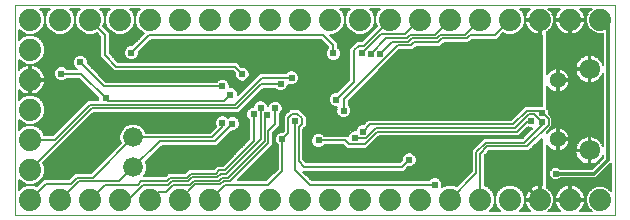
<source format=gbl>
G75*
%MOIN*%
%OFA0B0*%
%FSLAX25Y25*%
%IPPOS*%
%LPD*%
%AMOC8*
5,1,8,0,0,1.08239X$1,22.5*
%
%ADD10C,0.00000*%
%ADD11C,0.06600*%
%ADD12C,0.07400*%
%ADD13C,0.06791*%
%ADD14C,0.05346*%
%ADD15C,0.00600*%
%ADD16C,0.02381*%
%ADD17C,0.01200*%
D10*
X0027595Y0218000D02*
X0027595Y0288000D01*
X0227595Y0288000D01*
X0227595Y0218000D01*
X0027595Y0218000D01*
D11*
X0066995Y0233800D03*
X0066995Y0243800D03*
D12*
X0032595Y0243000D03*
X0032595Y0233000D03*
X0032595Y0223000D03*
X0042595Y0223000D03*
X0052595Y0223000D03*
X0062595Y0223000D03*
X0072595Y0223000D03*
X0082595Y0223000D03*
X0092595Y0223000D03*
X0102595Y0223000D03*
X0112595Y0223000D03*
X0122595Y0223000D03*
X0132595Y0223000D03*
X0142595Y0223000D03*
X0152595Y0223000D03*
X0162595Y0223000D03*
X0172595Y0223000D03*
X0182595Y0223000D03*
X0192595Y0223000D03*
X0202595Y0223000D03*
X0212595Y0223000D03*
X0222595Y0223000D03*
X0222595Y0283000D03*
X0212595Y0283000D03*
X0202595Y0283000D03*
X0192595Y0283000D03*
X0182595Y0283000D03*
X0172595Y0283000D03*
X0162595Y0283000D03*
X0152595Y0283000D03*
X0142595Y0283000D03*
X0132595Y0283000D03*
X0122595Y0283000D03*
X0112595Y0283000D03*
X0102595Y0283000D03*
X0092595Y0283000D03*
X0082595Y0283000D03*
X0072595Y0283000D03*
X0062595Y0283000D03*
X0052595Y0283000D03*
X0042595Y0283000D03*
X0032595Y0283000D03*
X0032595Y0273000D03*
X0032595Y0263000D03*
X0032595Y0253000D03*
D13*
X0219098Y0266552D03*
X0219098Y0239426D03*
D14*
X0208468Y0243146D03*
X0208468Y0262831D03*
D15*
X0208768Y0262888D02*
X0216151Y0262888D01*
X0216038Y0262970D02*
X0216636Y0262536D01*
X0217295Y0262200D01*
X0217998Y0261972D01*
X0218728Y0261856D01*
X0218798Y0261856D01*
X0218798Y0266252D01*
X0219397Y0266252D01*
X0219397Y0261856D01*
X0219467Y0261856D01*
X0220197Y0261972D01*
X0220900Y0262200D01*
X0221559Y0262536D01*
X0222157Y0262970D01*
X0222679Y0263493D01*
X0223114Y0264091D01*
X0223449Y0264749D01*
X0223595Y0265199D01*
X0223595Y0240779D01*
X0223449Y0241228D01*
X0223114Y0241887D01*
X0222679Y0242485D01*
X0222157Y0243008D01*
X0221559Y0243442D01*
X0220900Y0243778D01*
X0220197Y0244006D01*
X0219467Y0244122D01*
X0219397Y0244122D01*
X0219397Y0239726D01*
X0218798Y0239726D01*
X0218798Y0244122D01*
X0218728Y0244122D01*
X0217998Y0244006D01*
X0217295Y0243778D01*
X0216636Y0243442D01*
X0216038Y0243008D01*
X0215516Y0242485D01*
X0215081Y0241887D01*
X0214746Y0241228D01*
X0214517Y0240526D01*
X0214402Y0239796D01*
X0214402Y0239726D01*
X0218797Y0239726D01*
X0218797Y0239126D01*
X0214402Y0239126D01*
X0214402Y0239056D01*
X0214517Y0238326D01*
X0214746Y0237623D01*
X0215081Y0236965D01*
X0215516Y0236367D01*
X0216038Y0235844D01*
X0216636Y0235410D01*
X0217295Y0235074D01*
X0217998Y0234846D01*
X0218728Y0234730D01*
X0218798Y0234730D01*
X0218798Y0239126D01*
X0219397Y0239126D01*
X0219397Y0234730D01*
X0219467Y0234730D01*
X0220197Y0234846D01*
X0220900Y0235074D01*
X0221559Y0235410D01*
X0222157Y0235844D01*
X0222679Y0236367D01*
X0223114Y0236965D01*
X0223449Y0237623D01*
X0223595Y0238073D01*
X0223595Y0236821D01*
X0219974Y0233200D01*
X0209252Y0233200D01*
X0208661Y0233791D01*
X0206929Y0233791D01*
X0205705Y0232566D01*
X0205705Y0230834D01*
X0206929Y0229609D01*
X0208661Y0229609D01*
X0209252Y0230200D01*
X0221216Y0230200D01*
X0226295Y0235279D01*
X0226295Y0225805D01*
X0225201Y0226900D01*
X0223510Y0227600D01*
X0221680Y0227600D01*
X0219989Y0226900D01*
X0218695Y0225606D01*
X0217995Y0223915D01*
X0217995Y0222085D01*
X0218695Y0220394D01*
X0219790Y0219300D01*
X0215966Y0219300D01*
X0216409Y0219743D01*
X0216872Y0220379D01*
X0217229Y0221081D01*
X0217472Y0221829D01*
X0217595Y0222606D01*
X0217595Y0222700D01*
X0212895Y0222700D01*
X0212895Y0223300D01*
X0212295Y0223300D01*
X0212295Y0222700D01*
X0207595Y0222700D01*
X0207595Y0222606D01*
X0207718Y0221829D01*
X0207961Y0221081D01*
X0208319Y0220379D01*
X0208781Y0219743D01*
X0209224Y0219300D01*
X0205400Y0219300D01*
X0206495Y0220394D01*
X0207195Y0222085D01*
X0207195Y0223915D01*
X0206495Y0225606D01*
X0205201Y0226900D01*
X0204995Y0226985D01*
X0204995Y0241192D01*
X0205381Y0240614D01*
X0205935Y0240060D01*
X0206586Y0239625D01*
X0207309Y0239326D01*
X0208076Y0239173D01*
X0208168Y0239173D01*
X0208168Y0242846D01*
X0208768Y0242846D01*
X0208768Y0243446D01*
X0212441Y0243446D01*
X0212441Y0243538D01*
X0212288Y0244305D01*
X0211989Y0245028D01*
X0211554Y0245679D01*
X0211000Y0246233D01*
X0210350Y0246667D01*
X0209627Y0246967D01*
X0208859Y0247120D01*
X0208768Y0247120D01*
X0208768Y0243447D01*
X0208168Y0243447D01*
X0208168Y0247120D01*
X0208076Y0247120D01*
X0207309Y0246967D01*
X0206586Y0246667D01*
X0205935Y0246233D01*
X0205381Y0245679D01*
X0204995Y0245101D01*
X0204995Y0245746D01*
X0206686Y0247437D01*
X0206686Y0250406D01*
X0205445Y0251647D01*
X0205445Y0252788D01*
X0204995Y0253238D01*
X0204995Y0260877D01*
X0205381Y0260299D01*
X0205935Y0259745D01*
X0206586Y0259310D01*
X0207309Y0259011D01*
X0208076Y0258858D01*
X0208168Y0258858D01*
X0208168Y0262531D01*
X0208768Y0262531D01*
X0208768Y0263131D01*
X0212441Y0263131D01*
X0212441Y0263223D01*
X0212288Y0263990D01*
X0211989Y0264714D01*
X0211554Y0265364D01*
X0211000Y0265918D01*
X0210350Y0266353D01*
X0209627Y0266652D01*
X0208859Y0266805D01*
X0208768Y0266805D01*
X0208768Y0263132D01*
X0208168Y0263132D01*
X0208168Y0266805D01*
X0208076Y0266805D01*
X0207309Y0266652D01*
X0206586Y0266353D01*
X0205935Y0265918D01*
X0205381Y0265364D01*
X0204995Y0264786D01*
X0204995Y0279015D01*
X0205201Y0279100D01*
X0206495Y0280394D01*
X0207195Y0282085D01*
X0207195Y0283915D01*
X0206495Y0285606D01*
X0205400Y0286700D01*
X0209224Y0286700D01*
X0208781Y0286257D01*
X0208319Y0285621D01*
X0207961Y0284919D01*
X0207718Y0284171D01*
X0207595Y0283394D01*
X0207595Y0283300D01*
X0212295Y0283300D01*
X0212295Y0282700D01*
X0207595Y0282700D01*
X0207595Y0282606D01*
X0207718Y0281829D01*
X0207961Y0281081D01*
X0208319Y0280379D01*
X0208781Y0279743D01*
X0209338Y0279186D01*
X0209975Y0278724D01*
X0210676Y0278366D01*
X0211424Y0278123D01*
X0212202Y0278000D01*
X0212295Y0278000D01*
X0212295Y0282700D01*
X0212895Y0282700D01*
X0212895Y0278000D01*
X0212989Y0278000D01*
X0213766Y0278123D01*
X0214514Y0278366D01*
X0215216Y0278724D01*
X0215852Y0279186D01*
X0216409Y0279743D01*
X0216872Y0280379D01*
X0217229Y0281081D01*
X0217472Y0281829D01*
X0217595Y0282606D01*
X0217595Y0282700D01*
X0212895Y0282700D01*
X0212895Y0283300D01*
X0217595Y0283300D01*
X0217595Y0283394D01*
X0217472Y0284171D01*
X0217229Y0284919D01*
X0216872Y0285621D01*
X0216409Y0286257D01*
X0215966Y0286700D01*
X0219790Y0286700D01*
X0218695Y0285606D01*
X0217995Y0283915D01*
X0217995Y0282085D01*
X0218695Y0280394D01*
X0219989Y0279100D01*
X0221680Y0278400D01*
X0223510Y0278400D01*
X0223595Y0278435D01*
X0223595Y0267905D01*
X0223449Y0268354D01*
X0223114Y0269013D01*
X0222679Y0269611D01*
X0222157Y0270134D01*
X0221559Y0270568D01*
X0220900Y0270904D01*
X0220197Y0271132D01*
X0219467Y0271248D01*
X0219397Y0271248D01*
X0219397Y0266852D01*
X0218798Y0266852D01*
X0218798Y0271248D01*
X0218728Y0271248D01*
X0217998Y0271132D01*
X0217295Y0270904D01*
X0216636Y0270568D01*
X0216038Y0270134D01*
X0215516Y0269611D01*
X0215081Y0269013D01*
X0214746Y0268354D01*
X0214517Y0267652D01*
X0214402Y0266922D01*
X0214402Y0266852D01*
X0218797Y0266852D01*
X0218797Y0266252D01*
X0214402Y0266252D01*
X0214402Y0266182D01*
X0214517Y0265452D01*
X0214746Y0264749D01*
X0215081Y0264091D01*
X0215516Y0263493D01*
X0216038Y0262970D01*
X0215522Y0263487D02*
X0212388Y0263487D01*
X0212249Y0264085D02*
X0215085Y0264085D01*
X0214779Y0264684D02*
X0212001Y0264684D01*
X0211608Y0265282D02*
X0214573Y0265282D01*
X0214450Y0265881D02*
X0211037Y0265881D01*
X0210043Y0266479D02*
X0218797Y0266479D01*
X0218798Y0265881D02*
X0219397Y0265881D01*
X0219397Y0265282D02*
X0218798Y0265282D01*
X0218798Y0264684D02*
X0219397Y0264684D01*
X0219397Y0264085D02*
X0218798Y0264085D01*
X0218798Y0263487D02*
X0219397Y0263487D01*
X0219397Y0262888D02*
X0218798Y0262888D01*
X0218798Y0262290D02*
X0219397Y0262290D01*
X0221076Y0262290D02*
X0223595Y0262290D01*
X0223595Y0262888D02*
X0222044Y0262888D01*
X0222673Y0263487D02*
X0223595Y0263487D01*
X0223595Y0264085D02*
X0223110Y0264085D01*
X0223416Y0264684D02*
X0223595Y0264684D01*
X0223595Y0261691D02*
X0212292Y0261691D01*
X0212288Y0261673D02*
X0212441Y0262440D01*
X0212441Y0262531D01*
X0208768Y0262531D01*
X0208768Y0258858D01*
X0208859Y0258858D01*
X0209627Y0259011D01*
X0210350Y0259310D01*
X0211000Y0259745D01*
X0211554Y0260299D01*
X0211989Y0260949D01*
X0212288Y0261673D01*
X0212048Y0261093D02*
X0223595Y0261093D01*
X0223595Y0260494D02*
X0211684Y0260494D01*
X0211151Y0259896D02*
X0223595Y0259896D01*
X0223595Y0259297D02*
X0210318Y0259297D01*
X0208768Y0259297D02*
X0208168Y0259297D01*
X0208168Y0259896D02*
X0208768Y0259896D01*
X0208768Y0260494D02*
X0208168Y0260494D01*
X0208168Y0261093D02*
X0208768Y0261093D01*
X0208768Y0261691D02*
X0208168Y0261691D01*
X0208168Y0262290D02*
X0208768Y0262290D01*
X0208768Y0263487D02*
X0208168Y0263487D01*
X0208168Y0264085D02*
X0208768Y0264085D01*
X0208768Y0264684D02*
X0208168Y0264684D01*
X0208168Y0265282D02*
X0208768Y0265282D01*
X0208768Y0265881D02*
X0208168Y0265881D01*
X0208168Y0266479D02*
X0208768Y0266479D01*
X0206892Y0266479D02*
X0204995Y0266479D01*
X0204995Y0265881D02*
X0205898Y0265881D01*
X0205327Y0265282D02*
X0204995Y0265282D01*
X0204995Y0267078D02*
X0214427Y0267078D01*
X0214526Y0267676D02*
X0204995Y0267676D01*
X0204995Y0268275D02*
X0214720Y0268275D01*
X0215010Y0268873D02*
X0204995Y0268873D01*
X0204995Y0269472D02*
X0215415Y0269472D01*
X0215975Y0270070D02*
X0204995Y0270070D01*
X0204995Y0270669D02*
X0216835Y0270669D01*
X0218798Y0270669D02*
X0219397Y0270669D01*
X0219397Y0270070D02*
X0218798Y0270070D01*
X0218798Y0269472D02*
X0219397Y0269472D01*
X0219397Y0268873D02*
X0218798Y0268873D01*
X0218798Y0268275D02*
X0219397Y0268275D01*
X0219397Y0267676D02*
X0218798Y0267676D01*
X0218798Y0267078D02*
X0219397Y0267078D01*
X0221360Y0270669D02*
X0223595Y0270669D01*
X0223595Y0271268D02*
X0204995Y0271268D01*
X0204995Y0271866D02*
X0223595Y0271866D01*
X0223595Y0272465D02*
X0204995Y0272465D01*
X0204995Y0273063D02*
X0223595Y0273063D01*
X0223595Y0273662D02*
X0204995Y0273662D01*
X0204995Y0274260D02*
X0223595Y0274260D01*
X0223595Y0274859D02*
X0204995Y0274859D01*
X0204995Y0275457D02*
X0223595Y0275457D01*
X0223595Y0276056D02*
X0204995Y0276056D01*
X0204995Y0276654D02*
X0223595Y0276654D01*
X0223595Y0277253D02*
X0204995Y0277253D01*
X0204995Y0277851D02*
X0223595Y0277851D01*
X0221560Y0278450D02*
X0214678Y0278450D01*
X0215662Y0279048D02*
X0220115Y0279048D01*
X0219443Y0279647D02*
X0216313Y0279647D01*
X0216774Y0280245D02*
X0218845Y0280245D01*
X0218509Y0280844D02*
X0217108Y0280844D01*
X0217346Y0281442D02*
X0218261Y0281442D01*
X0218013Y0282041D02*
X0217506Y0282041D01*
X0217595Y0282639D02*
X0217995Y0282639D01*
X0217995Y0283238D02*
X0212895Y0283238D01*
X0212895Y0282639D02*
X0212295Y0282639D01*
X0212295Y0282041D02*
X0212895Y0282041D01*
X0212895Y0281442D02*
X0212295Y0281442D01*
X0212295Y0280844D02*
X0212895Y0280844D01*
X0212895Y0280245D02*
X0212295Y0280245D01*
X0212295Y0279647D02*
X0212895Y0279647D01*
X0212895Y0279048D02*
X0212295Y0279048D01*
X0212295Y0278450D02*
X0212895Y0278450D01*
X0210512Y0278450D02*
X0204995Y0278450D01*
X0205075Y0279048D02*
X0209528Y0279048D01*
X0208877Y0279647D02*
X0205747Y0279647D01*
X0206346Y0280245D02*
X0208416Y0280245D01*
X0208082Y0280844D02*
X0206681Y0280844D01*
X0206929Y0281442D02*
X0207844Y0281442D01*
X0207685Y0282041D02*
X0207177Y0282041D01*
X0207195Y0282639D02*
X0207595Y0282639D01*
X0207195Y0283238D02*
X0212295Y0283238D01*
X0208762Y0286230D02*
X0205870Y0286230D01*
X0206469Y0285632D02*
X0208327Y0285632D01*
X0208020Y0285033D02*
X0206732Y0285033D01*
X0206980Y0284435D02*
X0207804Y0284435D01*
X0207665Y0283836D02*
X0207195Y0283836D01*
X0202895Y0282700D02*
X0202895Y0278000D01*
X0202989Y0278000D01*
X0203095Y0278017D01*
X0203095Y0254413D01*
X0202859Y0254413D01*
X0202640Y0254322D01*
X0197654Y0254322D01*
X0193032Y0249700D01*
X0145332Y0249700D01*
X0144395Y0248763D01*
X0143823Y0248191D01*
X0143100Y0248191D01*
X0142184Y0247811D01*
X0141484Y0247111D01*
X0141105Y0246195D01*
X0141105Y0246091D01*
X0140500Y0246091D01*
X0139584Y0245711D01*
X0138884Y0245011D01*
X0138522Y0244136D01*
X0138258Y0244400D01*
X0130717Y0244400D01*
X0130206Y0244911D01*
X0129291Y0245291D01*
X0128300Y0245291D01*
X0127384Y0244911D01*
X0126684Y0244211D01*
X0126305Y0243295D01*
X0126305Y0242305D01*
X0126684Y0241389D01*
X0127384Y0240689D01*
X0128300Y0240309D01*
X0129291Y0240309D01*
X0130206Y0240689D01*
X0130717Y0241200D01*
X0136932Y0241200D01*
X0137295Y0240837D01*
X0138232Y0239900D01*
X0144758Y0239900D01*
X0148958Y0244100D01*
X0195458Y0244100D01*
X0196395Y0245037D01*
X0198540Y0247183D01*
X0199200Y0246909D01*
X0199998Y0246909D01*
X0196689Y0243600D01*
X0183898Y0243600D01*
X0182961Y0242663D01*
X0179795Y0239497D01*
X0179795Y0232463D01*
X0174822Y0227490D01*
X0173590Y0228000D01*
X0171601Y0228000D01*
X0170020Y0227345D01*
X0170086Y0227505D01*
X0170086Y0228495D01*
X0169707Y0229411D01*
X0169006Y0230111D01*
X0168091Y0230491D01*
X0167100Y0230491D01*
X0166184Y0230111D01*
X0165673Y0229600D01*
X0126458Y0229600D01*
X0123658Y0232400D01*
X0157258Y0232400D01*
X0158667Y0233809D01*
X0159491Y0233809D01*
X0160406Y0234189D01*
X0161107Y0234889D01*
X0161486Y0235805D01*
X0161486Y0236795D01*
X0161107Y0237711D01*
X0160406Y0238411D01*
X0159491Y0238791D01*
X0158500Y0238791D01*
X0157584Y0238411D01*
X0156884Y0237711D01*
X0156505Y0236795D01*
X0156505Y0236172D01*
X0155932Y0235600D01*
X0124658Y0235600D01*
X0123695Y0236563D01*
X0123695Y0246581D01*
X0124786Y0247671D01*
X0124786Y0250772D01*
X0123848Y0251709D01*
X0122367Y0253191D01*
X0119366Y0253191D01*
X0118429Y0252253D01*
X0118042Y0251866D01*
X0117105Y0250929D01*
X0117105Y0245872D01*
X0116923Y0245691D01*
X0116200Y0245691D01*
X0115284Y0245311D01*
X0114584Y0244611D01*
X0114205Y0243695D01*
X0114205Y0242705D01*
X0114584Y0241789D01*
X0115095Y0241278D01*
X0115095Y0233363D01*
X0111332Y0229600D01*
X0101858Y0229600D01*
X0112658Y0240400D01*
X0113595Y0241337D01*
X0113595Y0245381D01*
X0115886Y0247671D01*
X0115886Y0251568D01*
X0116407Y0252089D01*
X0116786Y0253005D01*
X0116786Y0253995D01*
X0116407Y0254911D01*
X0115706Y0255611D01*
X0114791Y0255991D01*
X0113800Y0255991D01*
X0112884Y0255611D01*
X0112184Y0254911D01*
X0111916Y0254264D01*
X0111607Y0255011D01*
X0110906Y0255711D01*
X0109991Y0256091D01*
X0109000Y0256091D01*
X0108084Y0255711D01*
X0107384Y0255011D01*
X0107005Y0254095D01*
X0107005Y0253991D01*
X0106700Y0253991D01*
X0105784Y0253611D01*
X0105084Y0252911D01*
X0104705Y0251995D01*
X0104705Y0251005D01*
X0105084Y0250089D01*
X0105595Y0249578D01*
X0105595Y0243163D01*
X0096832Y0234400D01*
X0094944Y0234400D01*
X0094007Y0233463D01*
X0093844Y0233300D01*
X0085541Y0233300D01*
X0084604Y0232363D01*
X0084241Y0232000D01*
X0078732Y0232000D01*
X0077795Y0231063D01*
X0077795Y0231063D01*
X0077532Y0230800D01*
X0070500Y0230800D01*
X0070895Y0231194D01*
X0071595Y0232885D01*
X0071595Y0234715D01*
X0071179Y0235721D01*
X0076458Y0241000D01*
X0094858Y0241000D01*
X0099767Y0245909D01*
X0100491Y0245909D01*
X0101406Y0246289D01*
X0102107Y0246989D01*
X0102486Y0247905D01*
X0102486Y0248895D01*
X0102107Y0249811D01*
X0101406Y0250511D01*
X0100491Y0250891D01*
X0099500Y0250891D01*
X0098584Y0250511D01*
X0098445Y0250372D01*
X0098106Y0250711D01*
X0097191Y0251091D01*
X0096200Y0251091D01*
X0095284Y0250711D01*
X0094584Y0250011D01*
X0094205Y0249095D01*
X0094205Y0248105D01*
X0094566Y0247233D01*
X0092732Y0245400D01*
X0071311Y0245400D01*
X0070895Y0246406D01*
X0069601Y0247700D01*
X0067910Y0248400D01*
X0066080Y0248400D01*
X0064389Y0247700D01*
X0063095Y0246406D01*
X0062395Y0244715D01*
X0062395Y0242885D01*
X0062812Y0241879D01*
X0052932Y0232000D01*
X0047632Y0232000D01*
X0046695Y0231063D01*
X0045632Y0230000D01*
X0037332Y0230000D01*
X0036395Y0229063D01*
X0034822Y0227490D01*
X0033590Y0228000D01*
X0035427Y0228761D01*
X0036834Y0230168D01*
X0037595Y0232005D01*
X0037595Y0233995D01*
X0037085Y0235227D01*
X0053758Y0251900D01*
X0102158Y0251900D01*
X0110258Y0260000D01*
X0114273Y0260000D01*
X0114784Y0259489D01*
X0115700Y0259109D01*
X0116691Y0259109D01*
X0117606Y0259489D01*
X0118307Y0260189D01*
X0118686Y0261105D01*
X0118686Y0261364D01*
X0119300Y0261109D01*
X0120291Y0261109D01*
X0121206Y0261489D01*
X0121907Y0262189D01*
X0122286Y0263105D01*
X0122286Y0264095D01*
X0121907Y0265011D01*
X0121206Y0265711D01*
X0120291Y0266091D01*
X0119300Y0266091D01*
X0118384Y0265711D01*
X0117973Y0265300D01*
X0109232Y0265300D01*
X0101886Y0257953D01*
X0101886Y0258495D01*
X0101507Y0259411D01*
X0100806Y0260111D01*
X0099891Y0260491D01*
X0099186Y0260491D01*
X0099186Y0261295D01*
X0098807Y0262211D01*
X0098106Y0262911D01*
X0097191Y0263291D01*
X0096200Y0263291D01*
X0095284Y0262911D01*
X0094773Y0262400D01*
X0058058Y0262400D01*
X0051886Y0268572D01*
X0051886Y0269295D01*
X0051507Y0270211D01*
X0050806Y0270911D01*
X0049891Y0271291D01*
X0048900Y0271291D01*
X0047984Y0270911D01*
X0047284Y0270211D01*
X0046905Y0269295D01*
X0046905Y0268305D01*
X0047284Y0267389D01*
X0047984Y0266689D01*
X0048198Y0266600D01*
X0044917Y0266600D01*
X0044406Y0267111D01*
X0043491Y0267491D01*
X0042500Y0267491D01*
X0041584Y0267111D01*
X0040884Y0266411D01*
X0040505Y0265495D01*
X0040505Y0264505D01*
X0040884Y0263589D01*
X0041584Y0262889D01*
X0042500Y0262509D01*
X0043491Y0262509D01*
X0044406Y0262889D01*
X0044917Y0263400D01*
X0048932Y0263400D01*
X0055305Y0257028D01*
X0055305Y0256305D01*
X0036361Y0256305D01*
X0036834Y0255832D02*
X0035427Y0257239D01*
X0033590Y0258000D01*
X0031601Y0258000D01*
X0029763Y0257239D01*
X0028895Y0256371D01*
X0028895Y0259629D01*
X0029338Y0259186D01*
X0029975Y0258724D01*
X0030676Y0258366D01*
X0031424Y0258123D01*
X0032202Y0258000D01*
X0032295Y0258000D01*
X0032295Y0262700D01*
X0032895Y0262700D01*
X0032895Y0258000D01*
X0032989Y0258000D01*
X0033766Y0258123D01*
X0034514Y0258366D01*
X0035216Y0258724D01*
X0035852Y0259186D01*
X0036409Y0259743D01*
X0036872Y0260379D01*
X0037229Y0261081D01*
X0037472Y0261829D01*
X0037595Y0262606D01*
X0037595Y0262700D01*
X0032895Y0262700D01*
X0032895Y0263300D01*
X0032295Y0263300D01*
X0032295Y0268000D01*
X0032202Y0268000D01*
X0031424Y0267877D01*
X0030676Y0267634D01*
X0029975Y0267276D01*
X0029338Y0266814D01*
X0028895Y0266371D01*
X0028895Y0269629D01*
X0029763Y0268761D01*
X0031601Y0268000D01*
X0033590Y0268000D01*
X0035427Y0268761D01*
X0036834Y0270168D01*
X0037595Y0272005D01*
X0037595Y0273995D01*
X0036834Y0275832D01*
X0035427Y0277239D01*
X0033590Y0278000D01*
X0035427Y0278761D01*
X0036834Y0280168D01*
X0037595Y0282005D01*
X0038356Y0280168D01*
X0039763Y0278761D01*
X0041601Y0278000D01*
X0043590Y0278000D01*
X0045427Y0278761D01*
X0046834Y0280168D01*
X0047595Y0282005D01*
X0048356Y0280168D01*
X0049763Y0278761D01*
X0051601Y0278000D01*
X0053590Y0278000D01*
X0054822Y0278510D01*
X0055995Y0277337D01*
X0055995Y0270537D01*
X0060732Y0265800D01*
X0100132Y0265800D01*
X0100805Y0265128D01*
X0100805Y0264405D01*
X0101184Y0263489D01*
X0101884Y0262789D01*
X0102800Y0262409D01*
X0103791Y0262409D01*
X0104706Y0262789D01*
X0105407Y0263489D01*
X0105786Y0264405D01*
X0105786Y0265395D01*
X0105407Y0266311D01*
X0104706Y0267011D01*
X0103791Y0267391D01*
X0103067Y0267391D01*
X0101458Y0269000D01*
X0062058Y0269000D01*
X0059195Y0271863D01*
X0059195Y0278663D01*
X0058258Y0279600D01*
X0057085Y0280773D01*
X0057595Y0282005D01*
X0058356Y0280168D01*
X0059763Y0278761D01*
X0061601Y0278000D01*
X0063590Y0278000D01*
X0065427Y0278761D01*
X0066834Y0280168D01*
X0067595Y0282005D01*
X0068356Y0280168D01*
X0069763Y0278761D01*
X0070562Y0278430D01*
X0066623Y0274491D01*
X0065900Y0274491D01*
X0064984Y0274111D01*
X0064284Y0273411D01*
X0063905Y0272495D01*
X0063905Y0271505D01*
X0064284Y0270589D01*
X0064984Y0269889D01*
X0065900Y0269509D01*
X0066891Y0269509D01*
X0067806Y0269889D01*
X0068507Y0270589D01*
X0068886Y0271505D01*
X0068886Y0272228D01*
X0073058Y0276400D01*
X0129732Y0276400D01*
X0132086Y0274047D01*
X0132086Y0273722D01*
X0131574Y0273211D01*
X0131195Y0272295D01*
X0131195Y0271305D01*
X0131574Y0270389D01*
X0132275Y0269689D01*
X0133190Y0269309D01*
X0134181Y0269309D01*
X0135096Y0269689D01*
X0135797Y0270389D01*
X0136176Y0271305D01*
X0136176Y0272295D01*
X0135797Y0273211D01*
X0135286Y0273722D01*
X0135286Y0275372D01*
X0132658Y0278000D01*
X0133590Y0278000D01*
X0135427Y0278761D01*
X0136834Y0280168D01*
X0137595Y0282005D01*
X0138356Y0280168D01*
X0139763Y0278761D01*
X0141601Y0278000D01*
X0143590Y0278000D01*
X0145427Y0278761D01*
X0146834Y0280168D01*
X0147595Y0282005D01*
X0148106Y0280773D01*
X0143232Y0275900D01*
X0141432Y0275900D01*
X0140495Y0274963D01*
X0139932Y0274400D01*
X0138995Y0273463D01*
X0138995Y0263063D01*
X0134823Y0258891D01*
X0134100Y0258891D01*
X0133184Y0258511D01*
X0132484Y0257811D01*
X0132105Y0256895D01*
X0132105Y0255905D01*
X0132484Y0254989D01*
X0133184Y0254289D01*
X0134100Y0253909D01*
X0135042Y0253909D01*
X0134705Y0253095D01*
X0134705Y0252105D01*
X0135084Y0251189D01*
X0135784Y0250489D01*
X0136700Y0250109D01*
X0137691Y0250109D01*
X0138606Y0250489D01*
X0139307Y0251189D01*
X0139686Y0252105D01*
X0139686Y0253095D01*
X0139307Y0254011D01*
X0138795Y0254522D01*
X0138795Y0255937D01*
X0155758Y0272900D01*
X0160158Y0272900D01*
X0161258Y0274000D01*
X0169258Y0274000D01*
X0170458Y0275200D01*
X0178758Y0275200D01*
X0179958Y0276400D01*
X0188258Y0276400D01*
X0190368Y0278510D01*
X0191601Y0278000D01*
X0193590Y0278000D01*
X0195427Y0278761D01*
X0196834Y0280168D01*
X0197595Y0282005D01*
X0197595Y0283995D01*
X0196834Y0285832D01*
X0195966Y0286700D01*
X0199224Y0286700D01*
X0198781Y0286257D01*
X0198319Y0285621D01*
X0197961Y0284919D01*
X0197718Y0284171D01*
X0197595Y0283394D01*
X0197595Y0283300D01*
X0202295Y0283300D01*
X0202295Y0282700D01*
X0197595Y0282700D01*
X0197595Y0282606D01*
X0197718Y0281829D01*
X0197961Y0281081D01*
X0198319Y0280379D01*
X0198781Y0279743D01*
X0199338Y0279186D01*
X0199975Y0278724D01*
X0200676Y0278366D01*
X0201424Y0278123D01*
X0202202Y0278000D01*
X0202295Y0278000D01*
X0202295Y0282700D01*
X0202895Y0282700D01*
X0202895Y0282639D02*
X0202295Y0282639D01*
X0202295Y0282041D02*
X0202895Y0282041D01*
X0202895Y0281442D02*
X0202295Y0281442D01*
X0202295Y0280844D02*
X0202895Y0280844D01*
X0202895Y0280245D02*
X0202295Y0280245D01*
X0202295Y0279647D02*
X0202895Y0279647D01*
X0202895Y0279048D02*
X0202295Y0279048D01*
X0202295Y0278450D02*
X0202895Y0278450D01*
X0203095Y0277851D02*
X0189709Y0277851D01*
X0189110Y0277253D02*
X0203095Y0277253D01*
X0203095Y0276654D02*
X0188512Y0276654D01*
X0187595Y0278000D02*
X0192595Y0283000D01*
X0197165Y0285033D02*
X0198020Y0285033D01*
X0197804Y0284435D02*
X0197413Y0284435D01*
X0197595Y0283836D02*
X0197665Y0283836D01*
X0197595Y0283238D02*
X0202295Y0283238D01*
X0198762Y0286230D02*
X0196436Y0286230D01*
X0196917Y0285632D02*
X0198327Y0285632D01*
X0197595Y0282639D02*
X0197595Y0282639D01*
X0197595Y0282041D02*
X0197685Y0282041D01*
X0197844Y0281442D02*
X0197362Y0281442D01*
X0197114Y0280844D02*
X0198082Y0280844D01*
X0198416Y0280245D02*
X0196866Y0280245D01*
X0196313Y0279647D02*
X0198877Y0279647D01*
X0199528Y0279048D02*
X0195714Y0279048D01*
X0194675Y0278450D02*
X0200512Y0278450D01*
X0203095Y0276056D02*
X0179613Y0276056D01*
X0179015Y0275457D02*
X0203095Y0275457D01*
X0203095Y0274859D02*
X0170116Y0274859D01*
X0169518Y0274260D02*
X0203095Y0274260D01*
X0203095Y0273662D02*
X0160919Y0273662D01*
X0160321Y0273063D02*
X0203095Y0273063D01*
X0203095Y0272465D02*
X0155322Y0272465D01*
X0154724Y0271866D02*
X0203095Y0271866D01*
X0203095Y0271268D02*
X0154125Y0271268D01*
X0153527Y0270669D02*
X0203095Y0270669D01*
X0203095Y0270070D02*
X0152928Y0270070D01*
X0152330Y0269472D02*
X0203095Y0269472D01*
X0203095Y0268873D02*
X0151731Y0268873D01*
X0151133Y0268275D02*
X0203095Y0268275D01*
X0203095Y0267676D02*
X0150534Y0267676D01*
X0149936Y0267078D02*
X0203095Y0267078D01*
X0203095Y0266479D02*
X0149337Y0266479D01*
X0148739Y0265881D02*
X0203095Y0265881D01*
X0203095Y0265282D02*
X0148140Y0265282D01*
X0147542Y0264684D02*
X0203095Y0264684D01*
X0203095Y0264085D02*
X0146943Y0264085D01*
X0146345Y0263487D02*
X0203095Y0263487D01*
X0203095Y0262888D02*
X0145746Y0262888D01*
X0145148Y0262290D02*
X0203095Y0262290D01*
X0203095Y0261691D02*
X0144549Y0261691D01*
X0143951Y0261093D02*
X0203095Y0261093D01*
X0203095Y0260494D02*
X0143352Y0260494D01*
X0142754Y0259896D02*
X0203095Y0259896D01*
X0203095Y0259297D02*
X0142155Y0259297D01*
X0141557Y0258699D02*
X0203095Y0258699D01*
X0203095Y0258100D02*
X0140958Y0258100D01*
X0140360Y0257502D02*
X0203095Y0257502D01*
X0203095Y0256903D02*
X0139761Y0256903D01*
X0139163Y0256305D02*
X0203095Y0256305D01*
X0203095Y0255706D02*
X0138795Y0255706D01*
X0138795Y0255108D02*
X0203095Y0255108D01*
X0203095Y0254509D02*
X0138808Y0254509D01*
X0139348Y0253911D02*
X0197243Y0253911D01*
X0196645Y0253312D02*
X0139596Y0253312D01*
X0139686Y0252714D02*
X0196046Y0252714D01*
X0195448Y0252115D02*
X0139686Y0252115D01*
X0139442Y0251517D02*
X0194849Y0251517D01*
X0194251Y0250918D02*
X0139035Y0250918D01*
X0138198Y0250320D02*
X0193652Y0250320D01*
X0193054Y0249721D02*
X0124786Y0249721D01*
X0124786Y0249123D02*
X0144755Y0249123D01*
X0144156Y0248524D02*
X0124786Y0248524D01*
X0124786Y0247926D02*
X0142460Y0247926D01*
X0141700Y0247327D02*
X0124441Y0247327D01*
X0123843Y0246729D02*
X0141325Y0246729D01*
X0141105Y0246130D02*
X0123695Y0246130D01*
X0123695Y0245532D02*
X0139404Y0245532D01*
X0138852Y0244933D02*
X0130154Y0244933D01*
X0128795Y0242800D02*
X0137595Y0242800D01*
X0138895Y0241500D01*
X0144095Y0241500D01*
X0148295Y0245700D01*
X0194795Y0245700D01*
X0198495Y0249400D01*
X0199695Y0249400D01*
X0198829Y0251491D02*
X0194239Y0246900D01*
X0147795Y0246900D01*
X0144495Y0243600D01*
X0140995Y0243600D01*
X0138604Y0244334D02*
X0138323Y0244334D01*
X0137389Y0240743D02*
X0130261Y0240743D01*
X0127330Y0240743D02*
X0123695Y0240743D01*
X0123695Y0240145D02*
X0137987Y0240145D01*
X0145003Y0240145D02*
X0180443Y0240145D01*
X0179845Y0239546D02*
X0123695Y0239546D01*
X0123695Y0238948D02*
X0179795Y0238948D01*
X0179795Y0238349D02*
X0160468Y0238349D01*
X0161066Y0237751D02*
X0179795Y0237751D01*
X0179795Y0237152D02*
X0161338Y0237152D01*
X0161486Y0236554D02*
X0179795Y0236554D01*
X0179795Y0235955D02*
X0161486Y0235955D01*
X0161300Y0235357D02*
X0179795Y0235357D01*
X0179795Y0234758D02*
X0160976Y0234758D01*
X0160336Y0234160D02*
X0179795Y0234160D01*
X0179795Y0233561D02*
X0158419Y0233561D01*
X0157821Y0232963D02*
X0179795Y0232963D01*
X0179697Y0232364D02*
X0123694Y0232364D01*
X0124292Y0231766D02*
X0179098Y0231766D01*
X0178500Y0231167D02*
X0124891Y0231167D01*
X0125489Y0230569D02*
X0177901Y0230569D01*
X0177303Y0229970D02*
X0169147Y0229970D01*
X0169723Y0229372D02*
X0176704Y0229372D01*
X0176106Y0228773D02*
X0169971Y0228773D01*
X0170086Y0228175D02*
X0175507Y0228175D01*
X0174909Y0227576D02*
X0174613Y0227576D01*
X0170577Y0227576D02*
X0170086Y0227576D01*
X0167595Y0228000D02*
X0156595Y0228000D01*
X0125795Y0228000D01*
X0120895Y0232900D01*
X0120895Y0249300D01*
X0122095Y0247244D02*
X0122095Y0235900D01*
X0123995Y0234000D01*
X0156595Y0234000D01*
X0158895Y0236300D01*
X0158995Y0236300D01*
X0156652Y0237152D02*
X0123695Y0237152D01*
X0123704Y0236554D02*
X0156505Y0236554D01*
X0156288Y0235955D02*
X0124303Y0235955D01*
X0123695Y0237751D02*
X0156924Y0237751D01*
X0157522Y0238349D02*
X0123695Y0238349D01*
X0123695Y0241342D02*
X0126731Y0241342D01*
X0126455Y0241940D02*
X0123695Y0241940D01*
X0123695Y0242539D02*
X0126305Y0242539D01*
X0126305Y0243137D02*
X0123695Y0243137D01*
X0123695Y0243736D02*
X0126487Y0243736D01*
X0126807Y0244334D02*
X0123695Y0244334D01*
X0123695Y0244933D02*
X0127437Y0244933D01*
X0123186Y0248334D02*
X0122095Y0247244D01*
X0123186Y0248334D02*
X0123186Y0250109D01*
X0121705Y0251591D01*
X0120029Y0251591D01*
X0118705Y0250266D01*
X0118705Y0245209D01*
X0116695Y0243200D01*
X0116695Y0232700D01*
X0111995Y0228000D01*
X0097595Y0228000D01*
X0092595Y0223000D01*
X0095998Y0228100D02*
X0087695Y0228100D01*
X0082595Y0223000D01*
X0077995Y0225600D02*
X0075195Y0225600D01*
X0072595Y0223000D01*
X0070195Y0228000D02*
X0065195Y0223000D01*
X0062595Y0223000D01*
X0057595Y0228000D02*
X0052595Y0223000D01*
X0057595Y0228000D02*
X0068495Y0228000D01*
X0069695Y0229200D01*
X0078195Y0229200D01*
X0079395Y0230400D01*
X0084904Y0230400D01*
X0086204Y0231700D01*
X0094507Y0231700D01*
X0095607Y0232800D01*
X0097495Y0232800D01*
X0107195Y0242500D01*
X0107195Y0251500D01*
X0104705Y0251517D02*
X0053374Y0251517D01*
X0052776Y0250918D02*
X0095783Y0250918D01*
X0094893Y0250320D02*
X0052177Y0250320D01*
X0051579Y0249721D02*
X0094464Y0249721D01*
X0094216Y0249123D02*
X0050980Y0249123D01*
X0050382Y0248524D02*
X0094205Y0248524D01*
X0094279Y0247926D02*
X0069055Y0247926D01*
X0069973Y0247327D02*
X0094527Y0247327D01*
X0094061Y0246729D02*
X0070572Y0246729D01*
X0071009Y0246130D02*
X0093462Y0246130D01*
X0092864Y0245532D02*
X0071257Y0245532D01*
X0066995Y0243800D02*
X0093395Y0243800D01*
X0096695Y0247100D01*
X0096695Y0248600D01*
X0097607Y0250918D02*
X0104740Y0250918D01*
X0104988Y0250320D02*
X0101598Y0250320D01*
X0102144Y0249721D02*
X0105452Y0249721D01*
X0105595Y0249123D02*
X0102392Y0249123D01*
X0102486Y0248524D02*
X0105595Y0248524D01*
X0105595Y0247926D02*
X0102486Y0247926D01*
X0102246Y0247327D02*
X0105595Y0247327D01*
X0105595Y0246729D02*
X0101846Y0246729D01*
X0101023Y0246130D02*
X0105595Y0246130D01*
X0105595Y0245532D02*
X0099389Y0245532D01*
X0098791Y0244933D02*
X0105595Y0244933D01*
X0105595Y0244334D02*
X0098192Y0244334D01*
X0097594Y0243736D02*
X0105595Y0243736D01*
X0105570Y0243137D02*
X0096995Y0243137D01*
X0096397Y0242539D02*
X0104971Y0242539D01*
X0104373Y0241940D02*
X0095798Y0241940D01*
X0095200Y0241342D02*
X0103774Y0241342D01*
X0103176Y0240743D02*
X0076201Y0240743D01*
X0075603Y0240145D02*
X0102577Y0240145D01*
X0101979Y0239546D02*
X0075004Y0239546D01*
X0074406Y0238948D02*
X0101380Y0238948D01*
X0100782Y0238349D02*
X0073807Y0238349D01*
X0073209Y0237751D02*
X0100183Y0237751D01*
X0099585Y0237152D02*
X0072610Y0237152D01*
X0072012Y0236554D02*
X0098986Y0236554D01*
X0098388Y0235955D02*
X0071413Y0235955D01*
X0071329Y0235357D02*
X0097789Y0235357D01*
X0097191Y0234758D02*
X0071577Y0234758D01*
X0071595Y0234160D02*
X0094704Y0234160D01*
X0094105Y0233561D02*
X0071595Y0233561D01*
X0071595Y0232963D02*
X0085204Y0232963D01*
X0084605Y0232364D02*
X0071379Y0232364D01*
X0071132Y0231766D02*
X0078498Y0231766D01*
X0077900Y0231167D02*
X0070868Y0231167D01*
X0070195Y0228000D02*
X0078695Y0228000D01*
X0079895Y0229200D01*
X0085401Y0229200D01*
X0086701Y0230500D01*
X0095004Y0230500D01*
X0096104Y0231600D01*
X0097995Y0231600D01*
X0109495Y0243100D01*
X0109495Y0253600D01*
X0107176Y0254509D02*
X0104767Y0254509D01*
X0104169Y0253911D02*
X0106507Y0253911D01*
X0105485Y0253312D02*
X0103570Y0253312D01*
X0102972Y0252714D02*
X0105002Y0252714D01*
X0104754Y0252115D02*
X0102373Y0252115D01*
X0101495Y0253500D02*
X0109595Y0261600D01*
X0116195Y0261600D01*
X0115246Y0259297D02*
X0109555Y0259297D01*
X0108957Y0258699D02*
X0133637Y0258699D01*
X0132773Y0258100D02*
X0108358Y0258100D01*
X0107760Y0257502D02*
X0132356Y0257502D01*
X0132108Y0256903D02*
X0107161Y0256903D01*
X0106563Y0256305D02*
X0132105Y0256305D01*
X0132187Y0255706D02*
X0115477Y0255706D01*
X0116210Y0255108D02*
X0132435Y0255108D01*
X0132964Y0254509D02*
X0116573Y0254509D01*
X0116786Y0253911D02*
X0134097Y0253911D01*
X0134794Y0253312D02*
X0116786Y0253312D01*
X0116665Y0252714D02*
X0118890Y0252714D01*
X0118291Y0252115D02*
X0116417Y0252115D01*
X0115886Y0251517D02*
X0117693Y0251517D01*
X0118042Y0251866D02*
X0118042Y0251866D01*
X0117105Y0250918D02*
X0115886Y0250918D01*
X0115886Y0250320D02*
X0117105Y0250320D01*
X0117105Y0249721D02*
X0115886Y0249721D01*
X0115886Y0249123D02*
X0117105Y0249123D01*
X0117105Y0248524D02*
X0115886Y0248524D01*
X0115886Y0247926D02*
X0117105Y0247926D01*
X0117105Y0247327D02*
X0115541Y0247327D01*
X0114943Y0246729D02*
X0117105Y0246729D01*
X0117105Y0246130D02*
X0114344Y0246130D01*
X0113746Y0245532D02*
X0115816Y0245532D01*
X0114906Y0244933D02*
X0113595Y0244933D01*
X0113595Y0244334D02*
X0114469Y0244334D01*
X0114221Y0243736D02*
X0113595Y0243736D01*
X0113595Y0243137D02*
X0114205Y0243137D01*
X0114273Y0242539D02*
X0113595Y0242539D01*
X0113595Y0241940D02*
X0114521Y0241940D01*
X0115031Y0241342D02*
X0113595Y0241342D01*
X0113001Y0240743D02*
X0115095Y0240743D01*
X0115095Y0240145D02*
X0112403Y0240145D01*
X0111804Y0239546D02*
X0115095Y0239546D01*
X0115095Y0238948D02*
X0111206Y0238948D01*
X0110607Y0238349D02*
X0115095Y0238349D01*
X0115095Y0237751D02*
X0110009Y0237751D01*
X0109410Y0237152D02*
X0115095Y0237152D01*
X0115095Y0236554D02*
X0108812Y0236554D01*
X0108213Y0235955D02*
X0115095Y0235955D01*
X0115095Y0235357D02*
X0107615Y0235357D01*
X0107016Y0234758D02*
X0115095Y0234758D01*
X0115095Y0234160D02*
X0106418Y0234160D01*
X0105819Y0233561D02*
X0115095Y0233561D01*
X0114695Y0232963D02*
X0105221Y0232963D01*
X0104622Y0232364D02*
X0114097Y0232364D01*
X0113498Y0231766D02*
X0104024Y0231766D01*
X0103425Y0231167D02*
X0112900Y0231167D01*
X0112301Y0230569D02*
X0102827Y0230569D01*
X0102228Y0229970D02*
X0111703Y0229970D01*
X0111995Y0242000D02*
X0099195Y0229200D01*
X0097098Y0229200D01*
X0095998Y0228100D01*
X0095501Y0229300D02*
X0087198Y0229300D01*
X0085898Y0228000D01*
X0082595Y0228000D01*
X0080395Y0228000D01*
X0077995Y0225600D01*
X0066995Y0233800D02*
X0075795Y0242600D01*
X0094195Y0242600D01*
X0099995Y0248400D01*
X0101495Y0253500D02*
X0053095Y0253500D01*
X0032595Y0233000D01*
X0037595Y0232963D02*
X0053895Y0232963D01*
X0054494Y0233561D02*
X0037595Y0233561D01*
X0037527Y0234160D02*
X0055092Y0234160D01*
X0055691Y0234758D02*
X0037279Y0234758D01*
X0037215Y0235357D02*
X0056289Y0235357D01*
X0056888Y0235955D02*
X0037813Y0235955D01*
X0038412Y0236554D02*
X0057486Y0236554D01*
X0058085Y0237152D02*
X0039010Y0237152D01*
X0039609Y0237751D02*
X0058683Y0237751D01*
X0059282Y0238349D02*
X0040207Y0238349D01*
X0040806Y0238948D02*
X0059880Y0238948D01*
X0060479Y0239546D02*
X0041404Y0239546D01*
X0042003Y0240145D02*
X0061077Y0240145D01*
X0061676Y0240743D02*
X0042601Y0240743D01*
X0043200Y0241342D02*
X0062274Y0241342D01*
X0062786Y0241940D02*
X0043798Y0241940D01*
X0044397Y0242539D02*
X0062538Y0242539D01*
X0062395Y0243137D02*
X0044995Y0243137D01*
X0045594Y0243736D02*
X0062395Y0243736D01*
X0062395Y0244334D02*
X0046192Y0244334D01*
X0046791Y0244933D02*
X0062485Y0244933D01*
X0062733Y0245532D02*
X0047389Y0245532D01*
X0047988Y0246130D02*
X0062981Y0246130D01*
X0063418Y0246729D02*
X0048586Y0246729D01*
X0049185Y0247327D02*
X0064017Y0247327D01*
X0064935Y0247926D02*
X0049783Y0247926D01*
X0046551Y0250918D02*
X0037145Y0250918D01*
X0036897Y0250320D02*
X0045952Y0250320D01*
X0045354Y0249721D02*
X0036387Y0249721D01*
X0036834Y0250168D02*
X0037595Y0252005D01*
X0037595Y0253995D01*
X0036834Y0255832D01*
X0036886Y0255706D02*
X0051339Y0255706D01*
X0050995Y0255363D02*
X0051932Y0256300D01*
X0055306Y0256300D01*
X0055305Y0256305D01*
X0055305Y0256903D02*
X0035763Y0256903D01*
X0034793Y0257502D02*
X0054831Y0257502D01*
X0054232Y0258100D02*
X0033622Y0258100D01*
X0032895Y0258100D02*
X0032295Y0258100D01*
X0032295Y0258699D02*
X0032895Y0258699D01*
X0032895Y0259297D02*
X0032295Y0259297D01*
X0032295Y0259896D02*
X0032895Y0259896D01*
X0032895Y0260494D02*
X0032295Y0260494D01*
X0032295Y0261093D02*
X0032895Y0261093D01*
X0032895Y0261691D02*
X0032295Y0261691D01*
X0032295Y0262290D02*
X0032895Y0262290D01*
X0032895Y0262888D02*
X0041585Y0262888D01*
X0040986Y0263487D02*
X0037580Y0263487D01*
X0037595Y0263394D02*
X0037472Y0264171D01*
X0037229Y0264919D01*
X0036872Y0265621D01*
X0036409Y0266257D01*
X0035852Y0266814D01*
X0035216Y0267276D01*
X0034514Y0267634D01*
X0033766Y0267877D01*
X0032989Y0268000D01*
X0032895Y0268000D01*
X0032895Y0263300D01*
X0037595Y0263300D01*
X0037595Y0263394D01*
X0037486Y0264085D02*
X0040678Y0264085D01*
X0040505Y0264684D02*
X0037305Y0264684D01*
X0037044Y0265282D02*
X0040505Y0265282D01*
X0040664Y0265881D02*
X0036682Y0265881D01*
X0036187Y0266479D02*
X0040952Y0266479D01*
X0041551Y0267078D02*
X0035489Y0267078D01*
X0034383Y0267676D02*
X0047165Y0267676D01*
X0046917Y0268275D02*
X0034253Y0268275D01*
X0035540Y0268873D02*
X0046905Y0268873D01*
X0046978Y0269472D02*
X0036138Y0269472D01*
X0036737Y0270070D02*
X0047226Y0270070D01*
X0047742Y0270669D02*
X0037042Y0270669D01*
X0037289Y0271268D02*
X0048844Y0271268D01*
X0049946Y0271268D02*
X0055995Y0271268D01*
X0055995Y0271866D02*
X0037537Y0271866D01*
X0037595Y0272465D02*
X0055995Y0272465D01*
X0055995Y0273063D02*
X0037595Y0273063D01*
X0037595Y0273662D02*
X0055995Y0273662D01*
X0055995Y0274260D02*
X0037485Y0274260D01*
X0037237Y0274859D02*
X0055995Y0274859D01*
X0055995Y0275457D02*
X0036989Y0275457D01*
X0036611Y0276056D02*
X0055995Y0276056D01*
X0055995Y0276654D02*
X0036012Y0276654D01*
X0035394Y0277253D02*
X0055995Y0277253D01*
X0055481Y0277851D02*
X0033949Y0277851D01*
X0033590Y0278000D02*
X0031601Y0278000D01*
X0029763Y0278761D01*
X0028895Y0279629D01*
X0028895Y0276371D01*
X0029763Y0277239D01*
X0031601Y0278000D01*
X0033590Y0278000D01*
X0034675Y0278450D02*
X0040515Y0278450D01*
X0039476Y0279048D02*
X0035714Y0279048D01*
X0036313Y0279647D02*
X0038877Y0279647D01*
X0038324Y0280245D02*
X0036866Y0280245D01*
X0037114Y0280844D02*
X0038076Y0280844D01*
X0037828Y0281442D02*
X0037362Y0281442D01*
X0037595Y0282005D02*
X0037595Y0283995D01*
X0038356Y0285832D01*
X0039224Y0286700D01*
X0035966Y0286700D01*
X0036834Y0285832D01*
X0037595Y0283995D01*
X0037595Y0282005D01*
X0037595Y0282041D02*
X0037595Y0282041D01*
X0037595Y0282639D02*
X0037595Y0282639D01*
X0037595Y0283238D02*
X0037595Y0283238D01*
X0037595Y0283836D02*
X0037595Y0283836D01*
X0037413Y0284435D02*
X0037777Y0284435D01*
X0038025Y0285033D02*
X0037165Y0285033D01*
X0036917Y0285632D02*
X0038273Y0285632D01*
X0038754Y0286230D02*
X0036436Y0286230D01*
X0045966Y0286700D02*
X0049224Y0286700D01*
X0048356Y0285832D01*
X0047595Y0283995D01*
X0047595Y0282005D01*
X0047595Y0283995D01*
X0046834Y0285832D01*
X0045966Y0286700D01*
X0046436Y0286230D02*
X0048754Y0286230D01*
X0048273Y0285632D02*
X0046917Y0285632D01*
X0047165Y0285033D02*
X0048025Y0285033D01*
X0047777Y0284435D02*
X0047413Y0284435D01*
X0047595Y0283836D02*
X0047595Y0283836D01*
X0047595Y0283238D02*
X0047595Y0283238D01*
X0047595Y0282639D02*
X0047595Y0282639D01*
X0047595Y0282041D02*
X0047595Y0282041D01*
X0047362Y0281442D02*
X0047828Y0281442D01*
X0048076Y0280844D02*
X0047114Y0280844D01*
X0046866Y0280245D02*
X0048324Y0280245D01*
X0048877Y0279647D02*
X0046313Y0279647D01*
X0045714Y0279048D02*
X0049476Y0279048D01*
X0050515Y0278450D02*
X0044675Y0278450D01*
X0052595Y0283000D02*
X0057595Y0278000D01*
X0057595Y0271200D01*
X0061395Y0267400D01*
X0074058Y0267400D01*
X0100795Y0267400D01*
X0103295Y0264900D01*
X0105585Y0265881D02*
X0118794Y0265881D01*
X0120797Y0265881D02*
X0138995Y0265881D01*
X0138995Y0266479D02*
X0105238Y0266479D01*
X0104545Y0267078D02*
X0138995Y0267078D01*
X0138995Y0267676D02*
X0102781Y0267676D01*
X0102183Y0268275D02*
X0138995Y0268275D01*
X0138995Y0268873D02*
X0101584Y0268873D01*
X0100650Y0265282D02*
X0055175Y0265282D01*
X0054577Y0265881D02*
X0060651Y0265881D01*
X0060053Y0266479D02*
X0053978Y0266479D01*
X0053380Y0267078D02*
X0059454Y0267078D01*
X0058856Y0267676D02*
X0052781Y0267676D01*
X0052183Y0268275D02*
X0058257Y0268275D01*
X0057659Y0268873D02*
X0051886Y0268873D01*
X0051813Y0269472D02*
X0057060Y0269472D01*
X0056462Y0270070D02*
X0051565Y0270070D01*
X0051048Y0270669D02*
X0055995Y0270669D01*
X0059195Y0271866D02*
X0063905Y0271866D01*
X0063905Y0272465D02*
X0059195Y0272465D01*
X0059195Y0273063D02*
X0064140Y0273063D01*
X0064535Y0273662D02*
X0059195Y0273662D01*
X0059195Y0274260D02*
X0065343Y0274260D01*
X0066991Y0274859D02*
X0059195Y0274859D01*
X0059195Y0275457D02*
X0067589Y0275457D01*
X0068188Y0276056D02*
X0059195Y0276056D01*
X0059195Y0276654D02*
X0068787Y0276654D01*
X0069385Y0277253D02*
X0059195Y0277253D01*
X0059195Y0277851D02*
X0069984Y0277851D01*
X0070515Y0278450D02*
X0064675Y0278450D01*
X0065714Y0279048D02*
X0069476Y0279048D01*
X0068877Y0279647D02*
X0066313Y0279647D01*
X0066866Y0280245D02*
X0068324Y0280245D01*
X0068076Y0280844D02*
X0067114Y0280844D01*
X0067362Y0281442D02*
X0067828Y0281442D01*
X0067595Y0282005D02*
X0067595Y0283995D01*
X0068356Y0285832D01*
X0069224Y0286700D01*
X0065966Y0286700D01*
X0066834Y0285832D01*
X0067595Y0283995D01*
X0067595Y0282005D01*
X0067595Y0282041D02*
X0067595Y0282041D01*
X0067595Y0282639D02*
X0067595Y0282639D01*
X0067595Y0283238D02*
X0067595Y0283238D01*
X0067595Y0283836D02*
X0067595Y0283836D01*
X0067413Y0284435D02*
X0067777Y0284435D01*
X0068025Y0285033D02*
X0067165Y0285033D01*
X0066917Y0285632D02*
X0068273Y0285632D01*
X0068754Y0286230D02*
X0066436Y0286230D01*
X0059224Y0286700D02*
X0058356Y0285832D01*
X0057595Y0283995D01*
X0057595Y0282005D01*
X0057595Y0283995D01*
X0056834Y0285832D01*
X0055966Y0286700D01*
X0059224Y0286700D01*
X0058754Y0286230D02*
X0056436Y0286230D01*
X0056917Y0285632D02*
X0058273Y0285632D01*
X0058025Y0285033D02*
X0057165Y0285033D01*
X0057413Y0284435D02*
X0057777Y0284435D01*
X0057595Y0283836D02*
X0057595Y0283836D01*
X0057595Y0283238D02*
X0057595Y0283238D01*
X0057595Y0282639D02*
X0057595Y0282639D01*
X0057595Y0282041D02*
X0057595Y0282041D01*
X0057362Y0281442D02*
X0057828Y0281442D01*
X0058076Y0280844D02*
X0057114Y0280844D01*
X0057613Y0280245D02*
X0058324Y0280245D01*
X0058211Y0279647D02*
X0058877Y0279647D01*
X0058810Y0279048D02*
X0059476Y0279048D01*
X0059195Y0278450D02*
X0060515Y0278450D01*
X0054883Y0278450D02*
X0054675Y0278450D01*
X0059790Y0271268D02*
X0064003Y0271268D01*
X0064251Y0270669D02*
X0060389Y0270669D01*
X0060987Y0270070D02*
X0064802Y0270070D01*
X0066395Y0272000D02*
X0072395Y0278000D01*
X0130395Y0278000D01*
X0133686Y0274709D01*
X0133686Y0271800D01*
X0135478Y0270070D02*
X0138995Y0270070D01*
X0138995Y0269472D02*
X0134573Y0269472D01*
X0132798Y0269472D02*
X0061586Y0269472D01*
X0067988Y0270070D02*
X0131893Y0270070D01*
X0131458Y0270669D02*
X0068540Y0270669D01*
X0068787Y0271268D02*
X0131210Y0271268D01*
X0131195Y0271866D02*
X0068886Y0271866D01*
X0069122Y0272465D02*
X0131265Y0272465D01*
X0131513Y0273063D02*
X0069721Y0273063D01*
X0070319Y0273662D02*
X0132025Y0273662D01*
X0131872Y0274260D02*
X0070918Y0274260D01*
X0071516Y0274859D02*
X0131274Y0274859D01*
X0130675Y0275457D02*
X0072115Y0275457D01*
X0072713Y0276056D02*
X0130077Y0276056D01*
X0132807Y0277851D02*
X0145184Y0277851D01*
X0144675Y0278450D02*
X0145782Y0278450D01*
X0145714Y0279048D02*
X0146381Y0279048D01*
X0146313Y0279647D02*
X0146979Y0279647D01*
X0146866Y0280245D02*
X0147578Y0280245D01*
X0147114Y0280844D02*
X0148076Y0280844D01*
X0147828Y0281442D02*
X0147362Y0281442D01*
X0147595Y0282005D02*
X0147595Y0283995D01*
X0148356Y0285832D01*
X0149224Y0286700D01*
X0145966Y0286700D01*
X0146834Y0285832D01*
X0147595Y0283995D01*
X0147595Y0282005D01*
X0147595Y0282041D02*
X0147595Y0282041D01*
X0147595Y0282639D02*
X0147595Y0282639D01*
X0147595Y0283238D02*
X0147595Y0283238D01*
X0147595Y0283836D02*
X0147595Y0283836D01*
X0147413Y0284435D02*
X0147777Y0284435D01*
X0148025Y0285033D02*
X0147165Y0285033D01*
X0146917Y0285632D02*
X0148273Y0285632D01*
X0148754Y0286230D02*
X0146436Y0286230D01*
X0152595Y0283000D02*
X0143895Y0274300D01*
X0142095Y0274300D01*
X0140595Y0272800D01*
X0140595Y0262400D01*
X0134595Y0256400D01*
X0137195Y0256600D02*
X0155095Y0274500D01*
X0159495Y0274500D01*
X0160595Y0275600D01*
X0168595Y0275600D01*
X0169795Y0276800D01*
X0178095Y0276800D01*
X0179295Y0278000D01*
X0187595Y0278000D01*
X0190308Y0278450D02*
X0190515Y0278450D01*
X0182595Y0283000D02*
X0177595Y0278000D01*
X0169295Y0278000D01*
X0168095Y0276800D01*
X0159795Y0276800D01*
X0158695Y0275700D01*
X0153195Y0275700D01*
X0149195Y0271700D01*
X0146195Y0271700D02*
X0151395Y0276900D01*
X0158195Y0276900D01*
X0159295Y0278000D01*
X0167595Y0278000D01*
X0172595Y0283000D01*
X0162595Y0283000D02*
X0157695Y0278100D01*
X0149495Y0278100D01*
X0143195Y0271800D01*
X0140391Y0274859D02*
X0135286Y0274859D01*
X0135286Y0274260D02*
X0139792Y0274260D01*
X0139194Y0273662D02*
X0135346Y0273662D01*
X0135858Y0273063D02*
X0138995Y0273063D01*
X0138995Y0272465D02*
X0136106Y0272465D01*
X0136176Y0271866D02*
X0138995Y0271866D01*
X0138995Y0271268D02*
X0136161Y0271268D01*
X0135913Y0270669D02*
X0138995Y0270669D01*
X0138995Y0265282D02*
X0121635Y0265282D01*
X0122042Y0264684D02*
X0138995Y0264684D01*
X0138995Y0264085D02*
X0122286Y0264085D01*
X0122286Y0263487D02*
X0138995Y0263487D01*
X0138821Y0262888D02*
X0122196Y0262888D01*
X0121948Y0262290D02*
X0138222Y0262290D01*
X0137624Y0261691D02*
X0121409Y0261691D01*
X0119795Y0263600D02*
X0119695Y0263700D01*
X0109895Y0263700D01*
X0100895Y0254700D01*
X0052595Y0254700D01*
X0040895Y0243000D01*
X0032595Y0243000D01*
X0037206Y0244933D02*
X0040565Y0244933D01*
X0040232Y0244600D02*
X0037344Y0244600D01*
X0036834Y0245832D01*
X0035427Y0247239D01*
X0033590Y0248000D01*
X0035427Y0248761D01*
X0036834Y0250168D01*
X0037393Y0251517D02*
X0047149Y0251517D01*
X0047748Y0252115D02*
X0037595Y0252115D01*
X0037595Y0252714D02*
X0048346Y0252714D01*
X0048945Y0253312D02*
X0037595Y0253312D01*
X0037595Y0253911D02*
X0049543Y0253911D01*
X0050142Y0254509D02*
X0037382Y0254509D01*
X0037134Y0255108D02*
X0050740Y0255108D01*
X0050995Y0255363D02*
X0040232Y0244600D01*
X0041164Y0245532D02*
X0036959Y0245532D01*
X0036536Y0246130D02*
X0041762Y0246130D01*
X0042361Y0246729D02*
X0035938Y0246729D01*
X0035214Y0247327D02*
X0042959Y0247327D01*
X0043558Y0247926D02*
X0033769Y0247926D01*
X0033590Y0248000D02*
X0031601Y0248000D01*
X0029763Y0248761D01*
X0028895Y0249629D01*
X0028895Y0246371D01*
X0029763Y0247239D01*
X0031601Y0248000D01*
X0033590Y0248000D01*
X0034855Y0248524D02*
X0044156Y0248524D01*
X0044755Y0249123D02*
X0035789Y0249123D01*
X0031421Y0247926D02*
X0028895Y0247926D01*
X0028895Y0248524D02*
X0030335Y0248524D01*
X0029401Y0249123D02*
X0028895Y0249123D01*
X0028895Y0247327D02*
X0029976Y0247327D01*
X0029253Y0246729D02*
X0028895Y0246729D01*
X0028895Y0256903D02*
X0029427Y0256903D01*
X0028895Y0257502D02*
X0030398Y0257502D01*
X0030023Y0258699D02*
X0028895Y0258699D01*
X0028895Y0259297D02*
X0029227Y0259297D01*
X0028895Y0258100D02*
X0031569Y0258100D01*
X0035167Y0258699D02*
X0053634Y0258699D01*
X0053035Y0259297D02*
X0035963Y0259297D01*
X0036520Y0259896D02*
X0052437Y0259896D01*
X0051838Y0260494D02*
X0036930Y0260494D01*
X0037233Y0261093D02*
X0051240Y0261093D01*
X0050641Y0261691D02*
X0037427Y0261691D01*
X0037545Y0262290D02*
X0050043Y0262290D01*
X0049444Y0262888D02*
X0044405Y0262888D01*
X0042995Y0265000D02*
X0049595Y0265000D01*
X0057795Y0256800D01*
X0058595Y0256000D01*
X0097395Y0256000D01*
X0099395Y0258000D01*
X0101886Y0258100D02*
X0102033Y0258100D01*
X0101801Y0258699D02*
X0102631Y0258699D01*
X0103230Y0259297D02*
X0101554Y0259297D01*
X0101022Y0259896D02*
X0103828Y0259896D01*
X0104427Y0260494D02*
X0099186Y0260494D01*
X0099186Y0261093D02*
X0105025Y0261093D01*
X0105624Y0261691D02*
X0099022Y0261691D01*
X0098727Y0262290D02*
X0106222Y0262290D01*
X0106821Y0262888D02*
X0104806Y0262888D01*
X0105404Y0263487D02*
X0107419Y0263487D01*
X0108018Y0264085D02*
X0105653Y0264085D01*
X0105786Y0264684D02*
X0108616Y0264684D01*
X0109215Y0265282D02*
X0105786Y0265282D01*
X0101785Y0262888D02*
X0098129Y0262888D01*
X0096695Y0260800D02*
X0057395Y0260800D01*
X0049395Y0268800D01*
X0047595Y0267078D02*
X0044439Y0267078D01*
X0032895Y0267078D02*
X0032295Y0267078D01*
X0032295Y0267676D02*
X0032895Y0267676D01*
X0032895Y0266479D02*
X0032295Y0266479D01*
X0032295Y0265881D02*
X0032895Y0265881D01*
X0032895Y0265282D02*
X0032295Y0265282D01*
X0032295Y0264684D02*
X0032895Y0264684D01*
X0032895Y0264085D02*
X0032295Y0264085D01*
X0032295Y0263487D02*
X0032895Y0263487D01*
X0030807Y0267676D02*
X0028895Y0267676D01*
X0028895Y0267078D02*
X0029701Y0267078D01*
X0029004Y0266479D02*
X0028895Y0266479D01*
X0028895Y0268275D02*
X0030937Y0268275D01*
X0029651Y0268873D02*
X0028895Y0268873D01*
X0028895Y0269472D02*
X0029052Y0269472D01*
X0028895Y0276654D02*
X0029178Y0276654D01*
X0028895Y0277253D02*
X0029796Y0277253D01*
X0028895Y0277851D02*
X0031241Y0277851D01*
X0030515Y0278450D02*
X0028895Y0278450D01*
X0028895Y0279048D02*
X0029476Y0279048D01*
X0055774Y0264684D02*
X0100805Y0264684D01*
X0100937Y0264085D02*
X0056372Y0264085D01*
X0056971Y0263487D02*
X0101186Y0263487D01*
X0095261Y0262888D02*
X0057570Y0262888D01*
X0066995Y0243800D02*
X0053595Y0230400D01*
X0048295Y0230400D01*
X0046295Y0228400D01*
X0037995Y0228400D01*
X0032595Y0223000D01*
X0028903Y0226379D02*
X0028895Y0226379D01*
X0028895Y0226371D02*
X0028895Y0229629D01*
X0029763Y0228761D01*
X0031601Y0228000D01*
X0033590Y0228000D01*
X0031601Y0228000D01*
X0029763Y0227239D01*
X0028895Y0226371D01*
X0028895Y0226978D02*
X0029502Y0226978D01*
X0028895Y0227576D02*
X0030577Y0227576D01*
X0031179Y0228175D02*
X0028895Y0228175D01*
X0028895Y0228773D02*
X0029751Y0228773D01*
X0029152Y0229372D02*
X0028895Y0229372D01*
X0034011Y0228175D02*
X0035507Y0228175D01*
X0035439Y0228773D02*
X0036106Y0228773D01*
X0036038Y0229372D02*
X0036704Y0229372D01*
X0036636Y0229970D02*
X0037303Y0229970D01*
X0037000Y0230569D02*
X0046201Y0230569D01*
X0046800Y0231167D02*
X0037248Y0231167D01*
X0037496Y0231766D02*
X0047398Y0231766D01*
X0048795Y0229200D02*
X0062395Y0229200D01*
X0066995Y0233800D01*
X0053297Y0232364D02*
X0037595Y0232364D01*
X0034909Y0227576D02*
X0034613Y0227576D01*
X0042595Y0223000D02*
X0048795Y0229200D01*
X0095501Y0229300D02*
X0096601Y0230400D01*
X0098698Y0230400D01*
X0110795Y0242497D01*
X0110795Y0250500D01*
X0111695Y0251400D01*
X0111814Y0254509D02*
X0112017Y0254509D01*
X0112381Y0255108D02*
X0111510Y0255108D01*
X0110911Y0255706D02*
X0113113Y0255706D01*
X0114295Y0253500D02*
X0114286Y0253491D01*
X0114286Y0248334D01*
X0111995Y0246044D01*
X0111995Y0242000D01*
X0124786Y0250320D02*
X0136192Y0250320D01*
X0135355Y0250918D02*
X0124640Y0250918D01*
X0124041Y0251517D02*
X0134948Y0251517D01*
X0134705Y0252115D02*
X0123443Y0252115D01*
X0122844Y0252714D02*
X0134705Y0252714D01*
X0137195Y0252600D02*
X0137195Y0256600D01*
X0135230Y0259297D02*
X0117144Y0259297D01*
X0118013Y0259896D02*
X0135828Y0259896D01*
X0136427Y0260494D02*
X0118433Y0260494D01*
X0118681Y0261093D02*
X0137025Y0261093D01*
X0145995Y0248100D02*
X0193695Y0248100D01*
X0198317Y0252722D01*
X0202554Y0252722D01*
X0203354Y0251922D01*
X0203473Y0251922D01*
X0205486Y0249909D01*
X0205486Y0247934D01*
X0198341Y0240789D01*
X0197395Y0240789D01*
X0185047Y0240789D01*
X0182595Y0238337D01*
X0182595Y0223000D01*
X0187176Y0220993D02*
X0188015Y0220993D01*
X0187767Y0221591D02*
X0187423Y0221591D01*
X0187595Y0222005D02*
X0187595Y0223995D01*
X0186834Y0225832D01*
X0185427Y0227239D01*
X0184195Y0227749D01*
X0184195Y0237674D01*
X0185710Y0239189D01*
X0199003Y0239189D01*
X0199941Y0240126D01*
X0203095Y0243281D01*
X0203095Y0227983D01*
X0202989Y0228000D01*
X0202895Y0228000D01*
X0202895Y0223300D01*
X0202295Y0223300D01*
X0202295Y0222700D01*
X0197595Y0222700D01*
X0197595Y0222606D01*
X0197718Y0221829D01*
X0197961Y0221081D01*
X0198319Y0220379D01*
X0198781Y0219743D01*
X0199224Y0219300D01*
X0195966Y0219300D01*
X0196834Y0220168D01*
X0197595Y0222005D01*
X0197595Y0223995D01*
X0196834Y0225832D01*
X0195427Y0227239D01*
X0193590Y0228000D01*
X0191601Y0228000D01*
X0189763Y0227239D01*
X0188356Y0225832D01*
X0187595Y0223995D01*
X0187595Y0222005D01*
X0186834Y0220168D01*
X0185966Y0219300D01*
X0189224Y0219300D01*
X0188356Y0220168D01*
X0187595Y0222005D01*
X0187595Y0222190D02*
X0187595Y0222190D01*
X0187595Y0222788D02*
X0187595Y0222788D01*
X0187595Y0223387D02*
X0187595Y0223387D01*
X0187595Y0223985D02*
X0187595Y0223985D01*
X0187351Y0224584D02*
X0187839Y0224584D01*
X0188087Y0225182D02*
X0187103Y0225182D01*
X0186855Y0225781D02*
X0188335Y0225781D01*
X0188903Y0226379D02*
X0186287Y0226379D01*
X0185689Y0226978D02*
X0189502Y0226978D01*
X0190577Y0227576D02*
X0184613Y0227576D01*
X0184195Y0228175D02*
X0203095Y0228175D01*
X0203095Y0228773D02*
X0184195Y0228773D01*
X0184195Y0229372D02*
X0203095Y0229372D01*
X0203095Y0229970D02*
X0184195Y0229970D01*
X0184195Y0230569D02*
X0203095Y0230569D01*
X0203095Y0231167D02*
X0184195Y0231167D01*
X0184195Y0231766D02*
X0203095Y0231766D01*
X0203095Y0232364D02*
X0184195Y0232364D01*
X0184195Y0232963D02*
X0203095Y0232963D01*
X0203095Y0233561D02*
X0184195Y0233561D01*
X0184195Y0234160D02*
X0203095Y0234160D01*
X0203095Y0234758D02*
X0184195Y0234758D01*
X0184195Y0235357D02*
X0203095Y0235357D01*
X0203095Y0235955D02*
X0184195Y0235955D01*
X0184195Y0236554D02*
X0203095Y0236554D01*
X0203095Y0237152D02*
X0184195Y0237152D01*
X0184272Y0237751D02*
X0203095Y0237751D01*
X0203095Y0238349D02*
X0184870Y0238349D01*
X0185469Y0238948D02*
X0203095Y0238948D01*
X0203095Y0239546D02*
X0199361Y0239546D01*
X0199941Y0240126D02*
X0199941Y0240126D01*
X0199959Y0240145D02*
X0203095Y0240145D01*
X0203095Y0240743D02*
X0200558Y0240743D01*
X0201156Y0241342D02*
X0203095Y0241342D01*
X0203095Y0241940D02*
X0201755Y0241940D01*
X0202353Y0242539D02*
X0203095Y0242539D01*
X0203095Y0243137D02*
X0202952Y0243137D01*
X0204995Y0240743D02*
X0205295Y0240743D01*
X0204995Y0240145D02*
X0205850Y0240145D01*
X0204995Y0239546D02*
X0206776Y0239546D01*
X0208168Y0239546D02*
X0208768Y0239546D01*
X0208768Y0239173D02*
X0208859Y0239173D01*
X0209627Y0239326D01*
X0210350Y0239625D01*
X0211000Y0240060D01*
X0211554Y0240614D01*
X0211989Y0241264D01*
X0212288Y0241987D01*
X0212441Y0242755D01*
X0212441Y0242846D01*
X0208768Y0242846D01*
X0208768Y0239173D01*
X0208768Y0240145D02*
X0208168Y0240145D01*
X0208168Y0240743D02*
X0208768Y0240743D01*
X0208768Y0241342D02*
X0208168Y0241342D01*
X0208168Y0241940D02*
X0208768Y0241940D01*
X0208768Y0242539D02*
X0208168Y0242539D01*
X0208768Y0243137D02*
X0216217Y0243137D01*
X0215570Y0242539D02*
X0212398Y0242539D01*
X0212269Y0241940D02*
X0215120Y0241940D01*
X0214804Y0241342D02*
X0212021Y0241342D01*
X0211640Y0240743D02*
X0214588Y0240743D01*
X0214457Y0240145D02*
X0211085Y0240145D01*
X0210159Y0239546D02*
X0218797Y0239546D01*
X0218798Y0238948D02*
X0219397Y0238948D01*
X0219397Y0238349D02*
X0218798Y0238349D01*
X0218798Y0237751D02*
X0219397Y0237751D01*
X0219397Y0237152D02*
X0218798Y0237152D01*
X0218798Y0236554D02*
X0219397Y0236554D01*
X0219397Y0235955D02*
X0218798Y0235955D01*
X0218798Y0235357D02*
X0219397Y0235357D01*
X0219397Y0234758D02*
X0218798Y0234758D01*
X0218551Y0234758D02*
X0204995Y0234758D01*
X0204995Y0234160D02*
X0220934Y0234160D01*
X0221532Y0234758D02*
X0219644Y0234758D01*
X0220335Y0233561D02*
X0208890Y0233561D01*
X0206700Y0233561D02*
X0204995Y0233561D01*
X0204995Y0232963D02*
X0206101Y0232963D01*
X0205705Y0232364D02*
X0204995Y0232364D01*
X0204995Y0231766D02*
X0205705Y0231766D01*
X0205705Y0231167D02*
X0204995Y0231167D01*
X0204995Y0230569D02*
X0205970Y0230569D01*
X0206568Y0229970D02*
X0204995Y0229970D01*
X0204995Y0229372D02*
X0226295Y0229372D01*
X0226295Y0229970D02*
X0209022Y0229970D01*
X0210563Y0227576D02*
X0204995Y0227576D01*
X0205013Y0226978D02*
X0209563Y0226978D01*
X0209338Y0226814D02*
X0209975Y0227276D01*
X0210676Y0227634D01*
X0211424Y0227877D01*
X0212202Y0228000D01*
X0212295Y0228000D01*
X0212295Y0223300D01*
X0207595Y0223300D01*
X0207595Y0223394D01*
X0207718Y0224171D01*
X0207961Y0224919D01*
X0208319Y0225621D01*
X0208781Y0226257D01*
X0209338Y0226814D01*
X0208903Y0226379D02*
X0205721Y0226379D01*
X0206320Y0225781D02*
X0208435Y0225781D01*
X0208095Y0225182D02*
X0206670Y0225182D01*
X0206918Y0224584D02*
X0207852Y0224584D01*
X0207689Y0223985D02*
X0207166Y0223985D01*
X0207195Y0223387D02*
X0207595Y0223387D01*
X0207195Y0222788D02*
X0212295Y0222788D01*
X0212295Y0223387D02*
X0212895Y0223387D01*
X0212895Y0223300D02*
X0212895Y0228000D01*
X0212989Y0228000D01*
X0213766Y0227877D01*
X0214514Y0227634D01*
X0215216Y0227276D01*
X0215852Y0226814D01*
X0216409Y0226257D01*
X0216872Y0225621D01*
X0217229Y0224919D01*
X0217472Y0224171D01*
X0217595Y0223394D01*
X0217595Y0223300D01*
X0212895Y0223300D01*
X0212895Y0222788D02*
X0217995Y0222788D01*
X0217995Y0222190D02*
X0217529Y0222190D01*
X0217395Y0221591D02*
X0218200Y0221591D01*
X0218448Y0220993D02*
X0217184Y0220993D01*
X0216879Y0220394D02*
X0218696Y0220394D01*
X0219294Y0219796D02*
X0216447Y0219796D01*
X0217595Y0223387D02*
X0217995Y0223387D01*
X0218024Y0223985D02*
X0217501Y0223985D01*
X0217338Y0224584D02*
X0218272Y0224584D01*
X0218520Y0225182D02*
X0217095Y0225182D01*
X0216755Y0225781D02*
X0218870Y0225781D01*
X0219469Y0226379D02*
X0216287Y0226379D01*
X0215627Y0226978D02*
X0220178Y0226978D01*
X0221623Y0227576D02*
X0214627Y0227576D01*
X0212895Y0227576D02*
X0212295Y0227576D01*
X0212295Y0226978D02*
X0212895Y0226978D01*
X0212895Y0226379D02*
X0212295Y0226379D01*
X0212295Y0225781D02*
X0212895Y0225781D01*
X0212895Y0225182D02*
X0212295Y0225182D01*
X0212295Y0224584D02*
X0212895Y0224584D01*
X0212895Y0223985D02*
X0212295Y0223985D01*
X0207661Y0222190D02*
X0207195Y0222190D01*
X0206991Y0221591D02*
X0207796Y0221591D01*
X0208006Y0220993D02*
X0206743Y0220993D01*
X0206495Y0220394D02*
X0208311Y0220394D01*
X0208743Y0219796D02*
X0205896Y0219796D01*
X0202895Y0223387D02*
X0202295Y0223387D01*
X0202295Y0223300D02*
X0202295Y0228000D01*
X0202202Y0228000D01*
X0201424Y0227877D01*
X0200676Y0227634D01*
X0199975Y0227276D01*
X0199338Y0226814D01*
X0198781Y0226257D01*
X0198319Y0225621D01*
X0197961Y0224919D01*
X0197718Y0224171D01*
X0197595Y0223394D01*
X0197595Y0223300D01*
X0202295Y0223300D01*
X0202295Y0222788D02*
X0197595Y0222788D01*
X0197595Y0222190D02*
X0197661Y0222190D01*
X0197796Y0221591D02*
X0197423Y0221591D01*
X0197176Y0220993D02*
X0198006Y0220993D01*
X0198311Y0220394D02*
X0196928Y0220394D01*
X0196462Y0219796D02*
X0198743Y0219796D01*
X0197595Y0223387D02*
X0197595Y0223387D01*
X0197595Y0223985D02*
X0197689Y0223985D01*
X0197852Y0224584D02*
X0197351Y0224584D01*
X0197103Y0225182D02*
X0198095Y0225182D01*
X0198435Y0225781D02*
X0196855Y0225781D01*
X0196287Y0226379D02*
X0198903Y0226379D01*
X0199563Y0226978D02*
X0195689Y0226978D01*
X0194613Y0227576D02*
X0200563Y0227576D01*
X0202295Y0227576D02*
X0202895Y0227576D01*
X0202895Y0226978D02*
X0202295Y0226978D01*
X0202295Y0226379D02*
X0202895Y0226379D01*
X0202895Y0225781D02*
X0202295Y0225781D01*
X0202295Y0225182D02*
X0202895Y0225182D01*
X0202895Y0224584D02*
X0202295Y0224584D01*
X0202295Y0223985D02*
X0202895Y0223985D01*
X0204995Y0228175D02*
X0226295Y0228175D01*
X0226295Y0228773D02*
X0204995Y0228773D01*
X0204995Y0235357D02*
X0216741Y0235357D01*
X0215927Y0235955D02*
X0204995Y0235955D01*
X0204995Y0236554D02*
X0215380Y0236554D01*
X0214986Y0237152D02*
X0204995Y0237152D01*
X0204995Y0237751D02*
X0214704Y0237751D01*
X0214514Y0238349D02*
X0204995Y0238349D01*
X0204995Y0238948D02*
X0214419Y0238948D01*
X0218798Y0240145D02*
X0219397Y0240145D01*
X0219397Y0240743D02*
X0218798Y0240743D01*
X0218798Y0241342D02*
X0219397Y0241342D01*
X0219397Y0241940D02*
X0218798Y0241940D01*
X0218798Y0242539D02*
X0219397Y0242539D01*
X0219397Y0243137D02*
X0218798Y0243137D01*
X0218798Y0243736D02*
X0219397Y0243736D01*
X0220982Y0243736D02*
X0223595Y0243736D01*
X0223595Y0244334D02*
X0212276Y0244334D01*
X0212401Y0243736D02*
X0217213Y0243736D01*
X0221978Y0243137D02*
X0223595Y0243137D01*
X0223595Y0242539D02*
X0222625Y0242539D01*
X0223075Y0241940D02*
X0223595Y0241940D01*
X0223595Y0241342D02*
X0223391Y0241342D01*
X0223491Y0237751D02*
X0223595Y0237751D01*
X0223595Y0237152D02*
X0223209Y0237152D01*
X0223328Y0236554D02*
X0222815Y0236554D01*
X0222729Y0235955D02*
X0222268Y0235955D01*
X0222131Y0235357D02*
X0221454Y0235357D01*
X0223979Y0232963D02*
X0226295Y0232963D01*
X0226295Y0233561D02*
X0224578Y0233561D01*
X0225176Y0234160D02*
X0226295Y0234160D01*
X0226295Y0234758D02*
X0225775Y0234758D01*
X0226295Y0232364D02*
X0223381Y0232364D01*
X0222782Y0231766D02*
X0226295Y0231766D01*
X0226295Y0231167D02*
X0222184Y0231167D01*
X0221585Y0230569D02*
X0226295Y0230569D01*
X0226295Y0227576D02*
X0223568Y0227576D01*
X0225013Y0226978D02*
X0226295Y0226978D01*
X0226295Y0226379D02*
X0225721Y0226379D01*
X0208768Y0243736D02*
X0208168Y0243736D01*
X0208168Y0244334D02*
X0208768Y0244334D01*
X0208768Y0244933D02*
X0208168Y0244933D01*
X0208168Y0245532D02*
X0208768Y0245532D01*
X0208768Y0246130D02*
X0208168Y0246130D01*
X0208168Y0246729D02*
X0208768Y0246729D01*
X0210202Y0246729D02*
X0223595Y0246729D01*
X0223595Y0247327D02*
X0206576Y0247327D01*
X0206686Y0247926D02*
X0223595Y0247926D01*
X0223595Y0248524D02*
X0206686Y0248524D01*
X0206686Y0249123D02*
X0223595Y0249123D01*
X0223595Y0249721D02*
X0206686Y0249721D01*
X0206686Y0250320D02*
X0223595Y0250320D01*
X0223595Y0250918D02*
X0206174Y0250918D01*
X0205576Y0251517D02*
X0223595Y0251517D01*
X0223595Y0252115D02*
X0205445Y0252115D01*
X0205445Y0252714D02*
X0223595Y0252714D01*
X0223595Y0253312D02*
X0204995Y0253312D01*
X0204995Y0253911D02*
X0223595Y0253911D01*
X0223595Y0254509D02*
X0204995Y0254509D01*
X0204995Y0255108D02*
X0223595Y0255108D01*
X0223595Y0255706D02*
X0204995Y0255706D01*
X0204995Y0256305D02*
X0223595Y0256305D01*
X0223595Y0256903D02*
X0204995Y0256903D01*
X0204995Y0257502D02*
X0223595Y0257502D01*
X0223595Y0258100D02*
X0204995Y0258100D01*
X0204995Y0258699D02*
X0223595Y0258699D01*
X0217119Y0262290D02*
X0212411Y0262290D01*
X0206617Y0259297D02*
X0204995Y0259297D01*
X0204995Y0259896D02*
X0205784Y0259896D01*
X0205251Y0260494D02*
X0204995Y0260494D01*
X0200705Y0251491D02*
X0203295Y0248900D01*
X0203286Y0248891D01*
X0203286Y0247934D01*
X0197352Y0242000D01*
X0184561Y0242000D01*
X0181395Y0238834D01*
X0181395Y0231800D01*
X0172595Y0223000D01*
X0166043Y0229970D02*
X0126088Y0229970D01*
X0145601Y0240743D02*
X0181042Y0240743D01*
X0181640Y0241342D02*
X0146200Y0241342D01*
X0146798Y0241940D02*
X0182239Y0241940D01*
X0182837Y0242539D02*
X0147397Y0242539D01*
X0147995Y0243137D02*
X0183436Y0243137D01*
X0195692Y0244334D02*
X0197423Y0244334D01*
X0196825Y0243736D02*
X0148594Y0243736D01*
X0145995Y0248100D02*
X0143595Y0245700D01*
X0114377Y0259896D02*
X0110154Y0259896D01*
X0108079Y0255706D02*
X0105964Y0255706D01*
X0105366Y0255108D02*
X0107481Y0255108D01*
X0133405Y0277253D02*
X0144585Y0277253D01*
X0143987Y0276654D02*
X0134004Y0276654D01*
X0134602Y0276056D02*
X0143388Y0276056D01*
X0140989Y0275457D02*
X0135201Y0275457D01*
X0134675Y0278450D02*
X0140515Y0278450D01*
X0139476Y0279048D02*
X0135714Y0279048D01*
X0136313Y0279647D02*
X0138877Y0279647D01*
X0138324Y0280245D02*
X0136866Y0280245D01*
X0137114Y0280844D02*
X0138076Y0280844D01*
X0137828Y0281442D02*
X0137362Y0281442D01*
X0137595Y0282005D02*
X0137595Y0283995D01*
X0138356Y0285832D01*
X0139224Y0286700D01*
X0135966Y0286700D01*
X0136834Y0285832D01*
X0137595Y0283995D01*
X0137595Y0282005D01*
X0137595Y0282041D02*
X0137595Y0282041D01*
X0137595Y0282639D02*
X0137595Y0282639D01*
X0137595Y0283238D02*
X0137595Y0283238D01*
X0137595Y0283836D02*
X0137595Y0283836D01*
X0137413Y0284435D02*
X0137777Y0284435D01*
X0138025Y0285033D02*
X0137165Y0285033D01*
X0136917Y0285632D02*
X0138273Y0285632D01*
X0138754Y0286230D02*
X0136436Y0286230D01*
X0198829Y0251491D02*
X0200705Y0251491D01*
X0203295Y0248900D02*
X0203345Y0248850D01*
X0203395Y0248900D01*
X0205977Y0246729D02*
X0206733Y0246729D01*
X0205832Y0246130D02*
X0205379Y0246130D01*
X0205283Y0245532D02*
X0204995Y0245532D01*
X0199817Y0246729D02*
X0198086Y0246729D01*
X0197488Y0246130D02*
X0199219Y0246130D01*
X0198620Y0245532D02*
X0196889Y0245532D01*
X0196291Y0244933D02*
X0198022Y0244933D01*
X0211103Y0246130D02*
X0223595Y0246130D01*
X0223595Y0245532D02*
X0211652Y0245532D01*
X0212028Y0244933D02*
X0223595Y0244933D01*
X0223475Y0268275D02*
X0223595Y0268275D01*
X0223595Y0268873D02*
X0223185Y0268873D01*
X0222780Y0269472D02*
X0223595Y0269472D01*
X0223595Y0270070D02*
X0222220Y0270070D01*
X0217995Y0283836D02*
X0217525Y0283836D01*
X0217386Y0284435D02*
X0218210Y0284435D01*
X0218458Y0285033D02*
X0217171Y0285033D01*
X0216863Y0285632D02*
X0218722Y0285632D01*
X0219320Y0286230D02*
X0216429Y0286230D01*
X0188263Y0220394D02*
X0186928Y0220394D01*
X0186462Y0219796D02*
X0188729Y0219796D01*
D16*
X0167595Y0228000D03*
X0162495Y0231898D03*
X0158995Y0236300D03*
X0140995Y0243600D03*
X0143595Y0245700D03*
X0137195Y0252600D03*
X0134595Y0256400D03*
X0128695Y0259100D03*
X0119795Y0263600D03*
X0116195Y0261600D03*
X0103295Y0264900D03*
X0105595Y0270000D03*
X0096695Y0260800D03*
X0099395Y0258000D03*
X0107195Y0251500D03*
X0109495Y0253600D03*
X0111695Y0251400D03*
X0114295Y0253500D03*
X0120895Y0249300D03*
X0116695Y0243200D03*
X0112595Y0234700D03*
X0128795Y0242800D03*
X0099995Y0248400D03*
X0096695Y0248600D03*
X0057795Y0256800D03*
X0049095Y0256800D03*
X0042995Y0265000D03*
X0049395Y0268800D03*
X0066395Y0272000D03*
X0133686Y0271800D03*
X0143195Y0271800D03*
X0146195Y0271700D03*
X0149195Y0271700D03*
X0153895Y0260600D03*
X0178895Y0258100D03*
X0183895Y0258100D03*
X0188895Y0258100D03*
X0203354Y0251922D03*
X0203395Y0248900D03*
X0199695Y0249400D03*
X0184795Y0237200D03*
X0207795Y0231700D03*
D17*
X0220595Y0231700D01*
X0225095Y0236200D01*
X0225095Y0280500D01*
X0222595Y0283000D01*
X0193595Y0260100D02*
X0193495Y0260200D01*
X0184795Y0237200D02*
X0184795Y0233300D01*
X0189795Y0228300D01*
X0197295Y0228300D01*
X0202595Y0223000D01*
M02*

</source>
